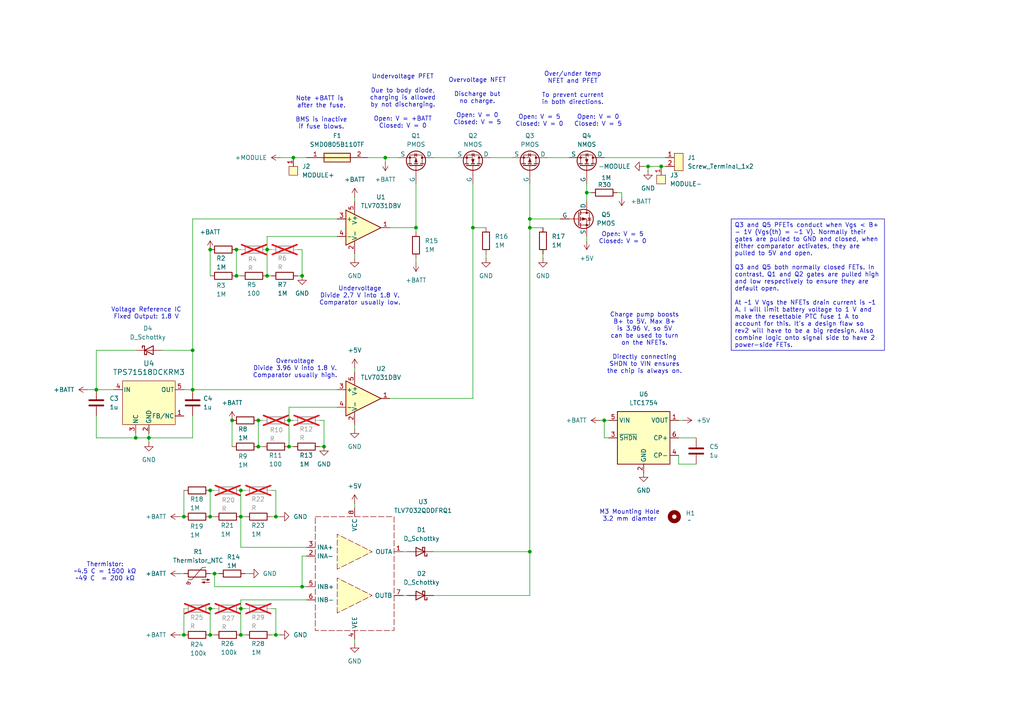
<source format=kicad_sch>
(kicad_sch (version 20250114) (generator "eeschema") (generator_version "9.0")
  (paper "A4")
  (title_block (title "Analog BMS") (date "2025-08-18") (rev "rev1.0"))
  (lib_symbols
    (symbol "Comparator:TLV7031DBV" (pin_names (offset 0.127))
      (property "Reference" "U" (at -1.27 6.35 0))
      (property "Value" "TLV7031DBV" (at -1.27 3.81 0))
      (symbol "TLV7031DBV_0_1"
        (polyline (pts (xy -5.08 5.08) (xy 5.08 0) (xy -5.08 -5.08) (xy -5.08 5.08)) (stroke (width 0.254)) (fill (type background)))
        (pin power_in line (at -2.54 7.62 270) (length 3.81) (name "V+") (number "5"))
        (pin power_in line (at -2.54 -7.62 90) (length 3.81) (name "V-") (number "2"))
      )
      (symbol "TLV7031DBV_1_1"
        (pin input line (at -7.62 2.54 0) (length 2.54) (name "+") (number "3"))
        (pin input line (at -7.62 -2.54 0) (length 2.54) (name "-") (number "4"))
        (pin output line (at 7.62 0 180) (length 2.54) (name "~") (number "1"))
      )
    )
    (symbol "Device:C" (pin_numbers (hide yes)) (pin_names (offset 0.254))
      (property "Reference" "C" (at 0.635 2.54 0))
      (property "Value" "C" (at 0.635 -2.54 0))
      (symbol "C_0_1"
        (polyline (pts (xy -2.032 0.762) (xy 2.032 0.762)) (stroke (width 0.508)))
        (polyline (pts (xy -2.032 -0.762) (xy 2.032 -0.762)) (stroke (width 0.508)))
      )
      (symbol "C_1_1"
        (pin passive line (at 0 3.81 270) (length 2.794) (name "~") (number "1"))
        (pin passive line (at 0 -3.81 90) (length 2.794) (name "~") (number "2"))
      )
    )
    (symbol "Device:D_Schottky" (pin_numbers (hide yes)) (pin_names (offset 1.016) (hide yes))
      (property "Reference" "D" (at 0 2.54 0))
      (property "Value" "D_Schottky" (at 0 -2.54 0))
      (symbol "D_Schottky_0_1"
        (polyline (pts (xy -1.905 0.635) (xy -1.905 1.27) (xy -1.27 1.27) (xy -1.27 -1.27) (xy -0.635 -1.27) (xy -0.635 -0.635)) (stroke (width 0.254)))
        (polyline (pts (xy 1.27 1.27) (xy 1.27 -1.27) (xy -1.27 0) (xy 1.27 1.27)) (stroke (width 0.254)))
        (polyline (pts (xy 1.27 0) (xy -1.27 0)))
      )
      (symbol "D_Schottky_1_1"
        (pin passive line (at -3.81 0 0) (length 2.54) (name "K") (number "1"))
        (pin passive line (at 3.81 0 180) (length 2.54) (name "A") (number "2"))
      )
    )
    (symbol "Device:R" (pin_numbers (hide yes)) (pin_names (offset 0))
      (property "Reference" "R" (at 2.032 0 90))
      (property "Value" "R" (at 0 0 90))
      (symbol "R_0_1"
        (rectangle (start -1.016 -2.54) (end 1.016 2.54) (stroke (width 0.254)))
      )
      (symbol "R_1_1"
        (pin passive line (at 0 3.81 270) (length 1.27) (name "~") (number "1"))
        (pin passive line (at 0 -3.81 90) (length 1.27) (name "~") (number "2"))
      )
    )
    (symbol "Device:Thermistor_NTC" (pin_numbers (hide yes)) (pin_names (offset 0))
      (property "Reference" "TH" (at -4.445 0 90))
      (property "Value" "Thermistor_NTC" (at 3.175 0 90))
      (symbol "Thermistor_NTC_0_1"
        (arc (start -3.175 2.413) (mid -3.0506 2.3165) (end -3.048 2.159))
        (arc (start -3.048 2.794) (mid -2.9736 2.9736) (end -2.794 3.048))
        (arc (start -2.794 3.048) (mid -2.6144 2.9736) (end -2.54 2.794))
        (arc (start -2.794 2.54) (mid -2.9736 2.6144) (end -3.048 2.794))
        (arc (start -2.794 1.905) (mid -2.9736 1.9794) (end -3.048 2.159))
        (arc (start -2.54 2.159) (mid -2.6144 1.9794) (end -2.794 1.905))
        (arc (start -2.159 2.794) (mid -2.434 2.5608) (end -2.794 2.54))
        (polyline (pts (xy -2.54 2.159) (xy -2.54 2.794)))
        (polyline (pts (xy -2.54 -3.683) (xy -2.54 -1.397) (xy -2.794 -2.159) (xy -2.286 -2.159) (xy -2.54 -1.397) (xy -2.54 -1.651)) (fill (type outline)))
        (polyline (pts (xy -1.778 2.54) (xy -1.778 1.524) (xy 1.778 -1.524) (xy 1.778 -2.54)))
        (polyline (pts (xy -1.778 -1.397) (xy -1.778 -3.683) (xy -2.032 -2.921) (xy -1.524 -2.921) (xy -1.778 -3.683) (xy -1.778 -3.429)) (fill (type outline)))
        (rectangle (start -1.016 2.54) (end 1.016 -2.54) (stroke (width 0.254)))
      )
      (symbol "Thermistor_NTC_1_1"
        (pin passive line (at 0 3.81 270) (length 1.27) (name "~") (number "1"))
        (pin passive line (at 0 -3.81 90) (length 1.27) (name "~") (number "2"))
      )
    )
    (symbol "Regulator_SwitchedCapacitor:LTC1754"
      (property "Reference" "U" (at -7.62 10.16 0))
      (property "Value" "LTC1754" (at 5.08 10.16 0))
      (symbol "LTC1754_0_1"
        (rectangle (start -7.62 7.62) (end 7.62 -7.62) (stroke (width 0.254)) (fill (type background)))
      )
      (symbol "LTC1754_1_1"
        (pin power_in line (at -10.16 5.08 0) (length 2.54) (name "VIN") (number "5"))
        (pin input line (at -10.16 0 0) (length 2.54) (name "~{SHDN}") (number "3"))
        (pin power_in line (at 0 -10.16 90) (length 2.54) (name "GND") (number "2"))
        (pin power_out line (at 10.16 5.08 180) (length 2.54) (name "VOUT") (number "1"))
        (pin passive line (at 10.16 0 180) (length 2.54) (name "CP+") (number "6"))
        (pin passive line (at 10.16 -5.08 180) (length 2.54) (name "CP-") (number "4"))
      )
    )
    (symbol "Simulation_SPICE:NMOS" (pin_numbers (hide yes)) (pin_names (offset 0))
      (property "Reference" "Q" (at 5.08 1.27 0))
      (property "Value" "NMOS" (at 5.08 -1.27 0))
      (symbol "NMOS_0_1"
        (polyline (pts (xy 0.254 1.905) (xy 0.254 -1.905)) (stroke (width 0.254)))
        (polyline (pts (xy 0.254 0) (xy -2.54 0)))
        (polyline (pts (xy 0.762 2.286) (xy 0.762 1.27)) (stroke (width 0.254)))
        (polyline (pts (xy 0.762 0.508) (xy 0.762 -0.508)) (stroke (width 0.254)))
        (polyline (pts (xy 0.762 -1.27) (xy 0.762 -2.286)) (stroke (width 0.254)))
        (polyline (pts (xy 0.762 -1.778) (xy 3.302 -1.778) (xy 3.302 1.778) (xy 0.762 1.778)))
        (polyline (pts (xy 1.016 0) (xy 2.032 0.381) (xy 2.032 -0.381) (xy 1.016 0)) (fill (type outline)))
        (circle (center 1.651 0) (radius 2.794) (stroke (width 0.254)))
        (polyline (pts (xy 2.54 2.54) (xy 2.54 1.778)))
        (circle (center 2.54 1.778) (radius 0.254) (fill (type outline)))
        (circle (center 2.54 -1.778) (radius 0.254) (fill (type outline)))
        (polyline (pts (xy 2.54 -2.54) (xy 2.54 0) (xy 0.762 0)))
        (polyline (pts (xy 2.794 0.508) (xy 2.921 0.381) (xy 3.683 0.381) (xy 3.81 0.254)))
        (polyline (pts (xy 3.302 0.381) (xy 2.921 -0.254) (xy 3.683 -0.254) (xy 3.302 0.381)))
      )
      (symbol "NMOS_1_1"
        (pin input line (at -5.08 0 0) (length 2.54) (name "G") (number "2"))
        (pin passive line (at 2.54 5.08 270) (length 2.54) (name "D") (number "1"))
        (pin passive line (at 2.54 -5.08 90) (length 2.54) (name "S") (number "3"))
      )
    )
    (symbol "Simulation_SPICE:PMOS" (pin_numbers (hide yes)) (pin_names (offset 0))
      (property "Reference" "Q" (at 5.08 1.27 0))
      (property "Value" "PMOS" (at 5.08 -1.27 0))
      (symbol "PMOS_0_1"
        (polyline (pts (xy 0.254 1.905) (xy 0.254 -1.905)) (stroke (width 0.254)))
        (polyline (pts (xy 0.254 0) (xy -2.54 0)))
        (polyline (pts (xy 0.762 2.286) (xy 0.762 1.27)) (stroke (width 0.254)))
        (polyline (pts (xy 0.762 1.778) (xy 3.302 1.778) (xy 3.302 -1.778) (xy 0.762 -1.778)))
        (polyline (pts (xy 0.762 0.508) (xy 0.762 -0.508)) (stroke (width 0.254)))
        (polyline (pts (xy 0.762 -1.27) (xy 0.762 -2.286)) (stroke (width 0.254)))
        (circle (center 1.651 0) (radius 2.794) (stroke (width 0.254)))
        (polyline (pts (xy 2.286 0) (xy 1.27 0.381) (xy 1.27 -0.381) (xy 2.286 0)) (fill (type outline)))
        (polyline (pts (xy 2.54 2.54) (xy 2.54 1.778)))
        (circle (center 2.54 1.778) (radius 0.254) (fill (type outline)))
        (circle (center 2.54 -1.778) (radius 0.254) (fill (type outline)))
        (polyline (pts (xy 2.54 -2.54) (xy 2.54 0) (xy 0.762 0)))
        (polyline (pts (xy 2.794 -0.508) (xy 2.921 -0.381) (xy 3.683 -0.381) (xy 3.81 -0.254)))
        (polyline (pts (xy 3.302 -0.381) (xy 2.921 0.254) (xy 3.683 0.254) (xy 3.302 -0.381)))
      )
      (symbol "PMOS_1_1"
        (pin input line (at -5.08 0 0) (length 2.54) (name "G") (number "2"))
        (pin passive line (at 2.54 5.08 270) (length 2.54) (name "D") (number "1"))
        (pin passive line (at 2.54 -5.08 90) (length 2.54) (name "S") (number "3"))
      )
    )
    (symbol "analog_bms_library:1.5_mm_Through_Hole"
      (property "Reference" "J" (at 0 0 0))
      (symbol "1.5_mm_Through_Hole_1_1"
        (rectangle (start -1.27 1.27) (end 1.27 -1.27) (fill (type background)))
        (pin bidirectional line (at -3.81 0 0) (length 2.54) (name "") (number "1"))
      )
    )
    (symbol "analog_bms_library:691502710002"
      (property "Reference" "J" (at 0 0 0))
      (property "Value" "Screw_Terminal_1x2" (at 0 0 0))
      (symbol "691502710002_1_1"
        (rectangle (start -1.27 2.54) (end 1.27 -2.54) (fill (type background)))
        (pin bidirectional line (at -3.81 1.27 0) (length 2.54) (name "") (number "1"))
        (pin bidirectional line (at -3.81 -1.27 0) (length 2.54) (name "") (number "2"))
      )
    )
    (symbol "analog_bms_library:M3_Mounting_Through_Hole"
      (property "Reference" "H" (at 0 0 0))
      (property "Value" "M3_Mounting_Through_Hole" (at 0 0 0))
      (symbol "M3_Mounting_Through_Hole_1_1"
        (circle (center 0 0) (radius 1.27) (stroke (width 1.27)))
      )
    )
    (symbol "analog_bms_library:SMD0805B110TF" (pin_names (hide yes))
      (property "Reference" "F" (at 13.97 6.35 0))
      (property "Value" "SMD0805B110TF" (at 13.97 3.81 0))
      (symbol "SMD0805B110TF_1_1"
        (rectangle (start 5.08 1.27) (end 12.7 -1.27) (stroke (width 0.254)) (fill (type background)))
        (polyline (pts (xy 5.08 0) (xy 12.7 0)) (stroke (width 0.254)))
        (pin passive line (at 0 0 0) (length 5.08) (name "1") (number "1"))
        (pin passive line (at 17.78 0 180) (length 5.08) (name "2") (number "2"))
      )
    )
    (symbol "analog_bms_library:TLV7032QDDFRQ1"
      (property "Reference" "U" (at 20.066 21.844 0))
      (property "Value" "TLV7032QDDFRQ1" (at 20.066 20.066 0))
      (symbol "TLV7032QDDFRQ1_1_1"
        (rectangle (start -11.43 16.51) (end 11.43 -16.51) (stroke (width 0) (type dash)))
        (polyline (pts (xy -5.08 1.27) (xy -5.08 11.43) (xy 5.08 6.35) (xy -5.08 1.27)) (fill (type background)))
        (polyline (pts (xy -5.08 -11.43) (xy -5.08 -1.27) (xy 5.08 -6.35) (xy -5.08 -11.43)) (fill (type background)))
        (pin input line (at -13.97 7.62 0) (length 2.54) (name "INA+") (number "3"))
        (pin input line (at -13.97 5.08 0) (length 2.54) (name "INA-") (number "2"))
        (pin input line (at -13.97 -3.81 0) (length 2.54) (name "INB+") (number "5"))
        (pin input line (at -13.97 -7.62 0) (length 2.54) (name "INB-") (number "6"))
        (pin bidirectional line (at 0 19.05 270) (length 2.54) (name "VCC") (number "8"))
        (pin bidirectional line (at 0 -19.05 90) (length 2.54) (name "VEE") (number "4"))
        (pin output line (at 13.97 6.35 180) (length 2.54) (name "OUTA") (number "1"))
        (pin output line (at 13.97 -6.35 180) (length 2.54) (name "OUTB") (number "7"))
      )
    )
    (symbol "analog_bms_library:TPS71518DCKRM3" (pin_names (offset 0.254))
      (property "Reference" "U" (at 0 10.668 0))
      (property "Value" "TPS71518DCKRM3" (at 0 8.128 0))
      (symbol "TPS71518DCKRM3_1_1"
        (rectangle (start -7.62 6.35) (end 7.62 -6.35) (fill (type background)))
        (pin input line (at -10.16 3.81 0) (length 2.54) (name "IN") (number "4"))
        (pin unspecified line (at -3.81 -8.89 90) (length 2.54) (name "NC") (number "3"))
        (pin power_in line (at 0 -8.89 90) (length 2.54) (name "GND") (number "2"))
        (pin output line (at 10.16 3.81 180) (length 2.54) (name "OUT") (number "5"))
        (pin bidirectional line (at 10.16 -3.81 180) (length 2.54) (name "FB/NC") (number "1"))
      )
    )
    (symbol "power:+5V" (power) (pin_numbers (hide yes)) (pin_names (offset 0) (hide yes))
      (property "Value" "+5V" (at 0 3.556 0))
      (symbol "+5V_0_1"
        (polyline (pts (xy -0.762 1.27) (xy 0 2.54)))
        (polyline (pts (xy 0 2.54) (xy 0.762 1.27)))
        (polyline (pts (xy 0 0) (xy 0 2.54)))
      )
      (symbol "+5V_1_1"
        (pin power_in line (at 0 0 90) (length 0) (name "~") (number "1"))
      )
    )
    (symbol "power:+BATT" (power) (pin_numbers (hide yes)) (pin_names (offset 0) (hide yes))
      (property "Value" "+BATT" (at 0 3.556 0))
      (symbol "+BATT_0_1"
        (polyline (pts (xy -0.762 1.27) (xy 0 2.54)))
        (polyline (pts (xy 0 2.54) (xy 0.762 1.27)))
        (polyline (pts (xy 0 0) (xy 0 2.54)))
      )
      (symbol "+BATT_1_1"
        (pin power_in line (at 0 0 90) (length 0) (name "~") (number "1"))
      )
    )
    (symbol "power:GND" (power) (pin_numbers (hide yes)) (pin_names (offset 0) (hide yes))
      (property "Value" "GND" (at 0 -3.81 0))
      (symbol "GND_0_1"
        (polyline (pts (xy 0 0) (xy 0 -1.27) (xy 1.27 -1.27) (xy 0 -2.54) (xy -1.27 -1.27) (xy 0 -1.27)))
      )
      (symbol "GND_1_1"
        (pin power_in line (at 0 0 270) (length 0) (name "~") (number "1"))
      )
    )
  )
  (text "Voltage Reference IC\nFixed Output: 1.8 V\n" (at 42.418 90.932 0) (effects (font (size 1.27 1.27))))
  (text "Note +BATT is \nafter the fuse.\n\nBMS is inactive\nif fuse blows." (at 93.218 32.766 0) (effects (font (size 1.27 1.27))))
  (text "Open: V = 5\nClosed: V = 0" (at 180.594 69.088 0) (effects (font (size 1.27 1.27))))
  (text "Over/under temp\nNFET and PFET\n\nTo prevent current\nin both directions." (at 166.116 25.654 0) (effects (font (size 1.27 1.27))))
  (text "M3 Mounting Hole\n3.2 mm diamter\n" (at 182.626 149.606 0) (effects (font (size 1.27 1.27))))
  (text "Overvoltage NFET\n\nDischarge but\nno charge.\n\nOpen: V = 0\nClosed: V = 5\n" (at 138.43 29.464 0) (effects (font (size 1.27 1.27))))
  (text "Charge pump boosts\nB+ to 5V. Max B+\nis 3.96 V, so 5V\ncan be used to turn\non the NFETs.\n\nDirectly connecting\nSHDN to VIN ensures\nthe chip is always on." (at 186.944 99.568 0) (effects (font (size 1.27 1.27))))
  (text "Undervoltage PFET\n\nDue to body diode,\ncharging is allowed\nby not discharging.\n\nOpen: V = +BATT\nClosed: V = 0" (at 116.84 29.464 0) (effects (font (size 1.27 1.27))))
  (text "Undervoltage\nDivide 2.7 V into 1.8 V.\nComparator usually low." (at 104.394 85.852 0) (effects (font (size 1.27 1.27))))
  (text "Overvoltage\nDivide 3.96 V into 1.8 V.\nComparator usually high." (at 85.598 106.934 0) (effects (font (size 1.27 1.27))))
  (text "Thermistor:\n~4.5 C = 1500 kΩ\n~49 C  = 200 kΩ" (at 30.48 165.862 0) (effects (font (size 1.27 1.27))))
  (text "Open: V = 0\nClosed: V = 5" (at 173.482 35.052 0) (effects (font (size 1.27 1.27))))
  (text "Open: V = 5\nClosed: V = 0\n" (at 156.464 35.052 0) (effects (font (size 1.27 1.27))))
  (text_box "Q3 and Q5 PFETs conduct when Vgs < B+ - 1V (Vgs(th) = -1 V). Normally their gates are pulled to GND and closed, when either comparator activates, they are pulled to 5V and open.\n\nQ3 and Q5 both normally closed FETs. In contrast, Q1 and Q2 gates are pulled high and low respectively to ensure they are default open.\n\nAt ~1 V Vgs the NFETs drain current is ~1 A. I will limit battery voltage to 1 V and make the resettable PTC fuse 1 A to account for this. It's a design flaw so rev2 will have to be a big redesign. Also combine logic onto signal side to have 2 power-side FETs." (at 212.09 63.5 0) (size 44.45 38.1) (margins 0.9525 0.9525 0.9525 0.9525) (effects (font (size 1.27 1.27)) (justify left top)))
  (junction (at 85.09 45.72))
  (junction (at 60.96 149.86))
  (junction (at 74.93 129.54))
  (junction (at 77.47 72.39))
  (junction (at 120.65 66.04))
  (junction (at 153.67 63.5))
  (junction (at 187.96 48.26))
  (junction (at 69.85 149.86))
  (junction (at 170.18 55.88))
  (junction (at 80.01 184.15))
  (junction (at 69.85 142.24))
  (junction (at 67.31 121.92))
  (junction (at 111.76 45.72))
  (junction (at 153.67 160.02))
  (junction (at 60.96 142.24))
  (junction (at 93.98 129.54))
  (junction (at 53.34 184.15))
  (junction (at 60.96 72.39))
  (junction (at 191.77 48.26))
  (junction (at 68.58 80.01))
  (junction (at 87.63 170.18))
  (junction (at 80.01 149.86))
  (junction (at 83.82 121.92))
  (junction (at 27.94 113.03))
  (junction (at 77.47 80.01))
  (junction (at 39.37 127))
  (junction (at 62.23 166.37))
  (junction (at 53.34 149.86))
  (junction (at 69.85 184.15))
  (junction (at 60.96 184.15))
  (junction (at 69.85 176.53))
  (junction (at 55.88 101.6))
  (junction (at 87.63 80.01))
  (junction (at 153.67 66.04))
  (junction (at 43.18 127))
  (junction (at 74.93 121.92))
  (junction (at 55.88 113.03))
  (junction (at 68.58 72.39))
  (junction (at 60.96 176.53))
  (junction (at 83.82 129.54))
  (junction (at 137.16 66.04))
  (junction (at 175.26 121.92))
  (wire (pts (xy 62.23 142.24) (xy 60.96 142.24)))
  (wire (pts (xy 125.73 160.02) (xy 153.67 160.02)))
  (wire (pts (xy 137.16 66.04) (xy 137.16 115.57)))
  (wire (pts (xy 85.09 45.72) (xy 88.9 45.72)))
  (wire (pts (xy 187.96 48.26) (xy 191.77 48.26)))
  (wire (pts (xy 86.36 72.39) (xy 87.63 72.39)))
  (wire (pts (xy 106.68 45.72) (xy 111.76 45.72)))
  (wire (pts (xy 77.47 68.58) (xy 97.79 68.58)))
  (wire (pts (xy 87.63 161.29) (xy 87.63 170.18)))
  (wire (pts (xy 92.71 129.54) (xy 93.98 129.54)))
  (wire (pts (xy 175.26 45.72) (xy 193.04 45.72)))
  (wire (pts (xy 81.28 184.15) (xy 80.01 184.15)))
  (wire (pts (xy 153.67 63.5) (xy 162.56 63.5)))
  (wire (pts (xy 85.09 129.54) (xy 83.82 129.54)))
  (wire (pts (xy 55.88 63.5) (xy 55.88 101.6)))
  (wire (pts (xy 68.58 80.01) (xy 68.58 72.39)))
  (wire (pts (xy 153.67 160.02) (xy 153.67 172.72)))
  (wire (pts (xy 43.18 128.27) (xy 43.18 127)))
  (wire (pts (xy 186.69 48.26) (xy 187.96 48.26)))
  (wire (pts (xy 198.12 121.92) (xy 196.85 121.92)))
  (wire (pts (xy 62.23 166.37) (xy 60.96 166.37)))
  (wire (pts (xy 62.23 170.18) (xy 87.63 170.18)))
  (wire (pts (xy 87.63 80.01) (xy 87.63 72.39)))
  (wire (pts (xy 69.85 149.86) (xy 69.85 142.24)))
  (wire (pts (xy 153.67 63.5) (xy 153.67 66.04)))
  (wire (pts (xy 69.85 184.15) (xy 69.85 176.53)))
  (wire (pts (xy 69.85 72.39) (xy 68.58 72.39)))
  (wire (pts (xy 102.87 106.68) (xy 102.87 107.95)))
  (wire (pts (xy 120.65 67.31) (xy 120.65 66.04)))
  (wire (pts (xy 69.85 173.99) (xy 88.9 173.99)))
  (wire (pts (xy 52.07 149.86) (xy 53.34 149.86)))
  (wire (pts (xy 39.37 125.73) (xy 39.37 127)))
  (wire (pts (xy 52.07 166.37) (xy 53.34 166.37)))
  (wire (pts (xy 67.31 121.92) (xy 67.31 129.54)))
  (wire (pts (xy 120.65 53.34) (xy 120.65 66.04)))
  (wire (pts (xy 62.23 149.86) (xy 60.96 149.86)))
  (wire (pts (xy 102.87 185.42) (xy 102.87 186.69)))
  (wire (pts (xy 187.96 49.53) (xy 187.96 48.26)))
  (wire (pts (xy 102.87 73.66) (xy 102.87 74.93)))
  (wire (pts (xy 157.48 73.66) (xy 157.48 74.93)))
  (wire (pts (xy 179.07 55.88) (xy 180.34 55.88)))
  (wire (pts (xy 157.48 66.04) (xy 153.67 66.04)))
  (wire (pts (xy 78.74 176.53) (xy 80.01 176.53)))
  (wire (pts (xy 55.88 120.65) (xy 55.88 127)))
  (wire (pts (xy 27.94 127) (xy 39.37 127)))
  (wire (pts (xy 87.63 161.29) (xy 88.9 161.29)))
  (wire (pts (xy 62.23 166.37) (xy 62.23 170.18)))
  (wire (pts (xy 55.88 113.03) (xy 97.79 113.03)))
  (wire (pts (xy 137.16 115.57) (xy 113.03 115.57)))
  (wire (pts (xy 27.94 101.6) (xy 39.37 101.6)))
  (wire (pts (xy 165.1 45.72) (xy 158.75 45.72)))
  (wire (pts (xy 102.87 146.05) (xy 102.87 147.32)))
  (wire (pts (xy 116.84 172.72) (xy 118.11 172.72)))
  (wire (pts (xy 60.96 184.15) (xy 60.96 176.53)))
  (wire (pts (xy 175.26 121.92) (xy 176.53 121.92)))
  (wire (pts (xy 125.73 172.72) (xy 153.67 172.72)))
  (wire (pts (xy 46.99 101.6) (xy 55.88 101.6)))
  (wire (pts (xy 92.71 121.92) (xy 93.98 121.92)))
  (wire (pts (xy 69.85 173.99) (xy 69.85 176.53)))
  (wire (pts (xy 55.88 101.6) (xy 55.88 113.03)))
  (wire (pts (xy 62.23 176.53) (xy 60.96 176.53)))
  (wire (pts (xy 191.77 48.26) (xy 193.04 48.26)))
  (wire (pts (xy 53.34 149.86) (xy 53.34 142.24)))
  (wire (pts (xy 69.85 80.01) (xy 68.58 80.01)))
  (wire (pts (xy 74.93 129.54) (xy 74.93 121.92)))
  (wire (pts (xy 175.26 121.92) (xy 175.26 127)))
  (wire (pts (xy 76.2 121.92) (xy 74.93 121.92)))
  (wire (pts (xy 196.85 134.62) (xy 201.93 134.62)))
  (wire (pts (xy 78.74 184.15) (xy 80.01 184.15)))
  (wire (pts (xy 53.34 113.03) (xy 55.88 113.03)))
  (wire (pts (xy 83.82 118.11) (xy 83.82 121.92)))
  (wire (pts (xy 113.03 66.04) (xy 120.65 66.04)))
  (wire (pts (xy 196.85 132.08) (xy 196.85 134.62)))
  (wire (pts (xy 71.12 176.53) (xy 69.85 176.53)))
  (wire (pts (xy 71.12 184.15) (xy 69.85 184.15)))
  (wire (pts (xy 81.28 149.86) (xy 80.01 149.86)))
  (wire (pts (xy 77.47 68.58) (xy 77.47 72.39)))
  (wire (pts (xy 53.34 184.15) (xy 53.34 176.53)))
  (wire (pts (xy 116.84 160.02) (xy 118.11 160.02)))
  (wire (pts (xy 140.97 74.93) (xy 140.97 73.66)))
  (wire (pts (xy 93.98 129.54) (xy 93.98 121.92)))
  (wire (pts (xy 55.88 63.5) (xy 97.79 63.5)))
  (wire (pts (xy 71.12 142.24) (xy 69.85 142.24)))
  (wire (pts (xy 140.97 66.04) (xy 137.16 66.04)))
  (wire (pts (xy 69.85 158.75) (xy 88.9 158.75)))
  (wire (pts (xy 71.12 149.86) (xy 69.85 149.86)))
  (wire (pts (xy 78.74 149.86) (xy 80.01 149.86)))
  (wire (pts (xy 81.28 45.72) (xy 85.09 45.72)))
  (wire (pts (xy 27.94 120.65) (xy 27.94 127)))
  (wire (pts (xy 80.01 184.15) (xy 80.01 176.53)))
  (wire (pts (xy 180.34 55.88) (xy 180.34 57.15)))
  (wire (pts (xy 39.37 127) (xy 43.18 127)))
  (wire (pts (xy 80.01 149.86) (xy 80.01 142.24)))
  (wire (pts (xy 148.59 45.72) (xy 142.24 45.72)))
  (wire (pts (xy 153.67 66.04) (xy 153.67 160.02)))
  (wire (pts (xy 85.09 121.92) (xy 83.82 121.92)))
  (wire (pts (xy 60.96 80.01) (xy 60.96 72.39)))
  (wire (pts (xy 170.18 55.88) (xy 170.18 58.42)))
  (wire (pts (xy 170.18 69.85) (xy 170.18 68.58)))
  (wire (pts (xy 27.94 113.03) (xy 27.94 101.6)))
  (wire (pts (xy 43.18 127) (xy 55.88 127)))
  (wire (pts (xy 78.74 80.01) (xy 77.47 80.01)))
  (wire (pts (xy 72.39 166.37) (xy 71.12 166.37)))
  (wire (pts (xy 52.07 184.15) (xy 53.34 184.15)))
  (wire (pts (xy 102.87 123.19) (xy 102.87 124.46)))
  (wire (pts (xy 27.94 113.03) (xy 33.02 113.03)))
  (wire (pts (xy 173.99 121.92) (xy 175.26 121.92)))
  (wire (pts (xy 78.74 142.24) (xy 80.01 142.24)))
  (wire (pts (xy 175.26 127) (xy 176.53 127)))
  (wire (pts (xy 69.85 149.86) (xy 69.85 158.75)))
  (wire (pts (xy 132.08 45.72) (xy 125.73 45.72)))
  (wire (pts (xy 170.18 55.88) (xy 171.45 55.88)))
  (wire (pts (xy 60.96 149.86) (xy 60.96 142.24)))
  (wire (pts (xy 120.65 76.2) (xy 120.65 74.93)))
  (wire (pts (xy 76.2 129.54) (xy 74.93 129.54)))
  (wire (pts (xy 102.87 57.15) (xy 102.87 58.42)))
  (wire (pts (xy 196.85 127) (xy 201.93 127)))
  (wire (pts (xy 170.18 53.34) (xy 170.18 55.88)))
  (wire (pts (xy 111.76 46.99) (xy 111.76 45.72)))
  (wire (pts (xy 111.76 45.72) (xy 115.57 45.72)))
  (wire (pts (xy 86.36 80.01) (xy 87.63 80.01)))
  (wire (pts (xy 77.47 80.01) (xy 77.47 72.39)))
  (wire (pts (xy 25.4 113.03) (xy 27.94 113.03)))
  (wire (pts (xy 87.63 170.18) (xy 88.9 170.18)))
  (wire (pts (xy 83.82 118.11) (xy 97.79 118.11)))
  (wire (pts (xy 63.5 166.37) (xy 62.23 166.37)))
  (wire (pts (xy 83.82 129.54) (xy 83.82 121.92)))
  (wire (pts (xy 153.67 53.34) (xy 153.67 63.5)))
  (wire (pts (xy 43.18 127) (xy 43.18 125.73)))
  (wire (pts (xy 78.74 72.39) (xy 77.47 72.39)))
  (wire (pts (xy 137.16 53.34) (xy 137.16 66.04)))
  (wire (pts (xy 62.23 184.15) (xy 60.96 184.15)))
  (symbol (lib_id "power:+5V") (at 170.18 69.85 180) (unit 1)
    (property "Reference" "#PWR014" (effects (hide yes)))
    (property "Value" "+5V" (at 170.18 74.93 0))
    (property "Description" "Power symbol creates a global label with name \"+5V\"" (effects (hide yes)))
  )
  (symbol (lib_id "power:+5V") (at 102.87 106.68 0) (unit 1)
    (property "Reference" "#PWR05" (effects (hide yes)))
    (property "Value" "+5V" (at 102.87 101.6 0))
    (property "Description" "Power symbol creates a global label with name \"+5V\"" (effects (hide yes)))
  )
  (symbol (lib_id "power:+BATT") (at 173.99 121.92 90) (unit 1)
    (property "Reference" "#PWR021" (effects (hide yes)))
    (property "Value" "+BATT" (at 170.18 121.9199 90) (effects (justify left)))
    (property "Description" "Power symbol creates a global label with name \"+BATT\"" (effects (hide yes)))
  )
  (symbol (lib_id "Device:C") (at 201.93 130.81 0) (unit 1)
    (property "Reference" "C5" (at 205.74 129.5399 0) (effects (justify left)))
    (property "Value" "1u" (at 205.74 132.0799 0) (effects (justify left)))
    (property "Footprint" "Capacitor_SMD:C_0805_2012Metric" (effects (hide yes)))
    (property "Description" "Unpolarized capacitor" (effects (hide yes)))
  )
  (symbol (lib_id "Simulation_SPICE:NMOS") (at 170.18 48.26 270) (mirror x) (unit 1)
    (property "Reference" "Q4" (at 170.18 39.37 90))
    (property "Value" "NMOS" (at 170.18 41.91 90))
    (property "Footprint" "analog_bms_library:TSOT_23_No_Arrow" (effects (hide yes)))
    (property "Datasheet" "https://ngspice.sourceforge.io/docs/ngspice-html-manual/manual.xhtml#cha_MOSFETs" (effects (hide yes)))
    (property "Description" "N-MOSFET transistor, drain/source/gate" (effects (hide yes)))
    (property "Sim.Device" "NMOS" (effects (hide yes)))
    (property "Sim.Type" "VDMOS" (effects (hide yes)))
    (property "Sim.Pins" "1=D 2=G 3=S" (effects (hide yes)))
  )
  (symbol (lib_id "Device:R") (at 64.77 72.39 90) (unit 1)
    (property "Reference" "R2" (at 62.738 74.93 90) (effects (justify right)))
    (property "Value" "1M" (at 62.738 77.47 90) (effects (justify right)))
    (property "Footprint" "Resistor_SMD:R_0805_2012Metric" (effects (hide yes)))
    (property "Description" "Resistor" (effects (hide yes)))
  )
  (symbol (lib_id "Simulation_SPICE:PMOS") (at 167.64 63.5 0) (unit 1)
    (property "Reference" "Q5" (at 175.768 62.23 0))
    (property "Value" "PMOS" (at 175.768 64.77 0))
    (property "Footprint" "analog_bms_library:TSOT_23_No_Arrow" (effects (hide yes)))
    (property "Datasheet" "https://ngspice.sourceforge.io/docs/ngspice-html-manual/manual.xhtml#cha_MOSFETs" (effects (hide yes)))
    (property "Description" "P-MOSFET transistor, drain/source/gate" (effects (hide yes)))
    (property "Sim.Device" "PMOS" (effects (hide yes)))
    (property "Sim.Type" "VDMOS" (effects (hide yes)))
    (property "Sim.Pins" "1=D 2=G 3=S" (effects (hide yes)))
  )
  (symbol (lib_id "Device:R") (at 120.65 71.12 0) (unit 1)
    (property "Reference" "R15" (at 123.19 69.8499 0) (effects (justify left)))
    (property "Value" "1M" (at 123.19 72.3899 0) (effects (justify left)))
    (property "Footprint" "Resistor_SMD:R_0805_2012Metric" (effects (hide yes)))
    (property "Description" "Resistor" (effects (hide yes)))
  )
  (symbol (lib_id "Device:C") (at 27.94 116.84 0) (unit 1)
    (property "Reference" "C3" (at 31.75 115.5699 0) (effects (justify left)))
    (property "Value" "1u" (at 31.75 118.1099 0) (effects (justify left)))
    (property "Footprint" "Capacitor_SMD:C_0805_2012Metric" (effects (hide yes)))
    (property "Description" "Unpolarized capacitor" (effects (hide yes)))
  )
  (symbol (lib_id "power:+BATT") (at 67.31 121.92 0) (unit 1)
    (property "Reference" "#PWR026" (effects (hide yes)))
    (property "Value" "+BATT" (at 67.31 116.84 0))
    (property "Description" "Power symbol creates a global label with name \"+BATT\"" (effects (hide yes)))
  )
  (symbol (lib_id "power:+BATT") (at 111.76 46.99 180) (unit 1)
    (property "Reference" "#PWR015" (effects (hide yes)))
    (property "Value" "+BATT" (at 111.76 52.07 0))
    (property "Description" "Power symbol creates a global label with name \"+BATT\"" (effects (hide yes)))
  )
  (symbol (lib_id "Device:R") (at 57.15 176.53 90) (unit 1) (dnp yes)
    (property "Reference" "R25" (at 55.118 179.07 90) (effects (justify right)))
    (property "Value" "R" (at 55.118 181.61 90) (effects (justify right)))
    (property "Footprint" "Resistor_SMD:R_0805_2012Metric" (effects (hide yes)))
    (property "Description" "Resistor" (effects (hide yes)))
  )
  (symbol (lib_id "power:GND") (at 186.69 48.26 270) (unit 1)
    (property "Reference" "#PWR018" (effects (hide yes)))
    (property "Value" "-MODULE" (at 182.88 48.2599 90) (effects (justify right)))
    (property "Description" "Power symbol creates a global label with name \"GND\" , ground" (effects (hide yes)))
  )
  (symbol (lib_id "power:+BATT") (at 52.07 149.86 90) (unit 1)
    (property "Reference" "#PWR031" (effects (hide yes)))
    (property "Value" "+BATT" (at 48.26 149.8599 90) (effects (justify left)))
    (property "Description" "Power symbol creates a global label with name \"+BATT\"" (effects (hide yes)))
  )
  (symbol (lib_id "Comparator:TLV7031DBV") (at 105.41 115.57 0) (unit 1)
    (property "Reference" "U2" (at 110.49 106.934 0))
    (property "Value" "TLV7031DBV" (at 110.49 109.474 0))
    (property "Footprint" "Package_TO_SOT_SMD:SOT-23-5" (effects (hide yes)))
    (property "Datasheet" "https://www.ti.com/lit/ds/symlink/tlv7031.pdf" (effects (hide yes)))
    (property "Description" "Single, 1.6V-6.5V, 315nA Quiescent, Push-Pull Output, Comparator, SOT-23-5/SC-70" (effects (hide yes)))
  )
  (symbol (lib_id "Device:R") (at 66.04 142.24 90) (unit 1) (dnp yes)
    (property "Reference" "R20" (at 64.262 145.034 90) (effects (justify right)))
    (property "Value" "R" (at 64.262 147.574 90) (effects (justify right)))
    (property "Footprint" "Resistor_SMD:R_0805_2012Metric" (effects (hide yes)))
    (property "Description" "Resistor" (effects (hide yes)))
  )
  (symbol (lib_id "Device:R") (at 57.15 142.24 90) (unit 1)
    (property "Reference" "R18" (at 55.118 144.78 90) (effects (justify right)))
    (property "Value" "1M" (at 55.118 147.32 90) (effects (justify right)))
    (property "Footprint" "Resistor_SMD:R_0805_2012Metric" (effects (hide yes)))
    (property "Description" "Resistor" (effects (hide yes)))
  )
  (symbol (lib_id "Device:R") (at 80.01 129.54 90) (unit 1)
    (property "Reference" "R11" (at 77.978 132.08 90) (effects (justify right)))
    (property "Value" "100" (at 77.978 134.62 90) (effects (justify right)))
    (property "Footprint" "Resistor_SMD:R_0805_2012Metric" (effects (hide yes)))
    (property "Description" "Resistor" (effects (hide yes)))
  )
  (symbol (lib_id "Device:R") (at 74.93 176.53 90) (unit 1) (dnp yes)
    (property "Reference" "R29" (at 72.898 179.07 90) (effects (justify right)))
    (property "Value" "R" (at 72.898 181.61 90) (effects (justify right)))
    (property "Footprint" "Resistor_SMD:R_0805_2012Metric" (effects (hide yes)))
    (property "Description" "Resistor" (effects (hide yes)))
  )
  (symbol (lib_id "Simulation_SPICE:NMOS") (at 137.16 48.26 270) (mirror x) (unit 1)
    (property "Reference" "Q2" (at 137.16 39.37 90))
    (property "Value" "NMOS" (at 137.16 41.91 90))
    (property "Footprint" "analog_bms_library:TSOT_23_No_Arrow" (effects (hide yes)))
    (property "Datasheet" "https://ngspice.sourceforge.io/docs/ngspice-html-manual/manual.xhtml#cha_MOSFETs" (effects (hide yes)))
    (property "Description" "N-MOSFET transistor, drain/source/gate" (effects (hide yes)))
    (property "Sim.Device" "NMOS" (effects (hide yes)))
    (property "Sim.Type" "VDMOS" (effects (hide yes)))
    (property "Sim.Pins" "1=D 2=G 3=S" (effects (hide yes)))
  )
  (symbol (lib_id "Device:R") (at 88.9 121.92 90) (unit 1) (dnp yes)
    (property "Reference" "R12" (at 86.868 124.46 90) (effects (justify right)))
    (property "Value" "R" (at 86.868 127 90) (effects (justify right)))
    (property "Footprint" "Resistor_SMD:R_0805_2012Metric" (effects (hide yes)))
    (property "Description" "Resistor" (effects (hide yes)))
  )
  (symbol (lib_id "Device:Thermistor_NTC") (at 57.15 166.37 90) (unit 1)
    (property "Reference" "R1" (at 57.4675 160.02 90))
    (property "Value" "Thermistor_NTC" (at 57.4675 162.56 90))
    (property "Footprint" "Resistor_SMD:R_0805_2012Metric" (effects (hide yes)))
    (property "Description" "Temperature dependent resistor, negative temperature coefficient" (effects (hide yes)))
  )
  (symbol (lib_id "analog_bms_library:TPS71518DCKRM3") (at 43.18 116.84 0) (unit 1)
    (property "Reference" "U4" (at 43.18 105.41 0) (effects (font (size 1.524 1.524))))
    (property "Value" "TPS71518DCKRM3" (at 43.18 107.95 0) (effects (font (size 1.524 1.524))))
    (property "Footprint" "analog_bms_library:TPS71518DCKRM3" (effects (hide yes)))
    (property "Datasheet" "https://www.ti.com/lit/gpn/tps715" (effects (hide yes)))
  )
  (symbol (lib_id "power:GND") (at 102.87 186.69 0) (unit 1)
    (property "Reference" "#PWR02" (effects (hide yes)))
    (property "Value" "GND" (at 102.87 191.77 0))
    (property "Description" "Power symbol creates a global label with name \"GND\" , ground" (effects (hide yes)))
  )
  (symbol (lib_id "Device:R") (at 57.15 149.86 90) (unit 1)
    (property "Reference" "R19" (at 55.118 152.654 90) (effects (justify right)))
    (property "Value" "1M" (at 55.118 155.194 90) (effects (justify right)))
    (property "Footprint" "Resistor_SMD:R_0805_2012Metric" (effects (hide yes)))
    (property "Description" "Resistor" (effects (hide yes)))
  )
  (symbol (lib_id "Device:R") (at 73.66 72.39 90) (unit 1) (dnp yes)
    (property "Reference" "R4" (at 71.882 75.184 90) (effects (justify right)))
    (property "Value" "R" (at 71.882 77.724 90) (effects (justify right)))
    (property "Footprint" "Resistor_SMD:R_0805_2012Metric" (effects (hide yes)))
    (property "Description" "Resistor" (effects (hide yes)))
  )
  (symbol (lib_id "power:GND") (at 93.98 129.54 0) (unit 1)
    (property "Reference" "#PWR027" (effects (hide yes)))
    (property "Value" "GND" (at 93.98 134.62 0))
    (property "Description" "Power symbol creates a global label with name \"GND\" , ground" (effects (hide yes)))
  )
  (symbol (lib_id "Device:D_Schottky") (at 43.18 101.6 0) (unit 1)
    (property "Reference" "D4" (at 42.8625 95.25 0))
    (property "Value" "D_Schottky" (at 42.8625 97.79 0))
    (property "Footprint" "Diode_SMD:D_SOD-323" (effects (hide yes)))
    (property "Description" "Schottky diode" (effects (hide yes)))
  )
  (symbol (lib_id "power:GND") (at 43.18 128.27 0) (unit 1)
    (property "Reference" "#PWR011" (effects (hide yes)))
    (property "Value" "GND" (at 43.18 133.35 0))
    (property "Description" "Power symbol creates a global label with name \"GND\" , ground" (effects (hide yes)))
  )
  (symbol (lib_id "power:GND") (at 72.39 166.37 90) (unit 1)
    (property "Reference" "#PWR029" (effects (hide yes)))
    (property "Value" "GND" (at 76.2 166.3699 90) (effects (justify right)))
    (property "Description" "Power symbol creates a global label with name \"GND\" , ground" (effects (hide yes)))
  )
  (symbol (lib_id "power:+BATT") (at 180.34 57.15 180) (unit 1)
    (property "Reference" "#PWR025" (effects (hide yes)))
    (property "Value" "+BATT" (at 182.88 58.4199 0) (effects (justify right)))
    (property "Description" "Power symbol creates a global label with name \"+BATT\"" (effects (hide yes)))
  )
  (symbol (lib_id "Device:R") (at 66.04 176.53 90) (unit 1) (dnp yes)
    (property "Reference" "R27" (at 64.262 179.324 90) (effects (justify right)))
    (property "Value" "R" (at 64.262 181.864 90) (effects (justify right)))
    (property "Footprint" "Resistor_SMD:R_0805_2012Metric" (effects (hide yes)))
    (property "Description" "Resistor" (effects (hide yes)))
  )
  (symbol (lib_id "Device:R") (at 66.04 184.15 90) (unit 1)
    (property "Reference" "R26" (at 64.008 186.69 90) (effects (justify right)))
    (property "Value" "100k" (at 64.008 189.23 90) (effects (justify right)))
    (property "Footprint" "Resistor_SMD:R_0805_2012Metric" (effects (hide yes)))
    (property "Description" "Resistor" (effects (hide yes)))
  )
  (symbol (lib_id "Simulation_SPICE:PMOS") (at 120.65 48.26 270) (mirror x) (unit 1)
    (property "Reference" "Q1" (at 120.65 39.37 90))
    (property "Value" "PMOS" (at 120.65 41.91 90))
    (property "Footprint" "analog_bms_library:TSOT_23_No_Arrow" (effects (hide yes)))
    (property "Datasheet" "https://ngspice.sourceforge.io/docs/ngspice-html-manual/manual.xhtml#cha_MOSFETs" (effects (hide yes)))
    (property "Description" "P-MOSFET transistor, drain/source/gate" (effects (hide yes)))
    (property "Sim.Device" "PMOS" (effects (hide yes)))
    (property "Sim.Type" "VDMOS" (effects (hide yes)))
    (property "Sim.Pins" "1=D 2=G 3=S" (effects (hide yes)))
  )
  (symbol (lib_id "power:+5V") (at 102.87 146.05 0) (unit 1)
    (property "Reference" "#PWR01" (effects (hide yes)))
    (property "Value" "+5V" (at 102.87 140.97 0))
    (property "Description" "Power symbol creates a global label with name \"+5V\"" (effects (hide yes)))
  )
  (symbol (lib_id "Device:R") (at 157.48 69.85 0) (unit 1)
    (property "Reference" "R17" (at 160.02 68.5799 0) (effects (justify left)))
    (property "Value" "1M" (at 160.02 71.1199 0) (effects (justify left)))
    (property "Footprint" "Resistor_SMD:R_0805_2012Metric" (effects (hide yes)))
    (property "Description" "Resistor" (effects (hide yes)))
  )
  (symbol (lib_id "Device:R") (at 175.26 55.88 90) (unit 1)
    (property "Reference" "R30" (at 177.292 53.594 90) (effects (justify left)))
    (property "Value" "1M" (at 177.292 51.562 90) (effects (justify left)))
    (property "Footprint" "Resistor_SMD:R_0805_2012Metric" (effects (hide yes)))
    (property "Description" "Resistor" (effects (hide yes)))
  )
  (symbol (lib_id "power:+BATT") (at 52.07 184.15 90) (unit 1)
    (property "Reference" "#PWR032" (effects (hide yes)))
    (property "Value" "+BATT" (at 48.26 184.1499 90) (effects (justify left)))
    (property "Description" "Power symbol creates a global label with name \"+BATT\"" (effects (hide yes)))
  )
  (symbol (lib_id "analog_bms_library:1.5_mm_Through_Hole") (at 191.77 52.07 270) (unit 1)
    (property "Reference" "J3" (at 194.31 50.7999 90) (effects (justify left)))
    (property "Value" "MODULE-" (at 194.31 53.3399 90) (effects (justify left)))
    (property "Footprint" "analog_bms_library:1.5_mm_Through_Hole" (effects (hide yes)))
  )
  (symbol (lib_id "analog_bms_library:691502710002") (at 196.85 46.99 0) (unit 1)
    (property "Reference" "J1" (at 199.39 45.7199 0) (effects (justify left)))
    (property "Value" "Screw_Terminal_1x2" (at 199.39 48.2599 0) (effects (justify left)))
    (property "Footprint" "analog_bms_library:691502710002" (effects (hide yes)))
  )
  (symbol (lib_id "power:GND") (at 102.87 74.93 0) (unit 1)
    (property "Reference" "#PWR04" (effects (hide yes)))
    (property "Value" "GND" (at 102.87 80.01 0))
    (property "Description" "Power symbol creates a global label with name \"GND\" , ground" (effects (hide yes)))
  )
  (symbol (lib_id "Device:R") (at 82.55 80.01 90) (unit 1)
    (property "Reference" "R7" (at 80.518 82.55 90) (effects (justify right)))
    (property "Value" "1M" (at 80.518 85.09 90) (effects (justify right)))
    (property "Footprint" "Resistor_SMD:R_0805_2012Metric" (effects (hide yes)))
    (property "Description" "Resistor" (effects (hide yes)))
  )
  (symbol (lib_id "analog_bms_library:TLV7032QDDFRQ1") (at 102.87 166.37 0) (unit 1)
    (property "Reference" "U3" (at 122.682 145.542 0))
    (property "Value" "TLV7032QDDFRQ1" (at 122.682 148.082 0))
    (property "Footprint" "analog_bms_library:TLV7032QDDFRQ1" (effects (hide yes)))
  )
  (symbol (lib_id "Comparator:TLV7031DBV") (at 105.41 66.04 0) (unit 1)
    (property "Reference" "U1" (at 110.49 57.15 0))
    (property "Value" "TLV7031DBV" (at 110.49 59.69 0))
    (property "Footprint" "Package_TO_SOT_SMD:SOT-23-5" (effects (hide yes)))
    (property "Datasheet" "https://www.ti.com/lit/ds/symlink/tlv7031.pdf" (effects (hide yes)))
    (property "Description" "Single, 1.6V-6.5V, 315nA Quiescent, Push-Pull Output, Comparator, SOT-23-5/SC-70" (effects (hide yes)))
  )
  (symbol (lib_id "Device:D_Schottky") (at 121.92 160.02 180) (unit 1)
    (property "Reference" "D1" (at 122.2375 153.67 0))
    (property "Value" "D_Schottky" (at 122.2375 156.21 0))
    (property "Footprint" "Diode_SMD:D_SOD-323" (effects (hide yes)))
    (property "Description" "Schottky diode" (effects (hide yes)))
  )
  (symbol (lib_id "power:+BATT") (at 52.07 166.37 90) (unit 1)
    (property "Reference" "#PWR024" (effects (hide yes)))
    (property "Value" "+BATT" (at 48.26 166.3699 90) (effects (justify left)))
    (property "Description" "Power symbol creates a global label with name \"+BATT\"" (effects (hide yes)))
  )
  (symbol (lib_id "Device:R") (at 66.04 149.86 90) (unit 1)
    (property "Reference" "R21" (at 64.008 152.4 90) (effects (justify right)))
    (property "Value" "1M" (at 64.008 154.94 90) (effects (justify right)))
    (property "Footprint" "Resistor_SMD:R_0805_2012Metric" (effects (hide yes)))
    (property "Description" "Resistor" (effects (hide yes)))
  )
  (symbol (lib_id "power:GND") (at 186.69 137.16 0) (unit 1)
    (property "Reference" "#PWR022" (effects (hide yes)))
    (property "Value" "GND" (at 186.69 142.24 0))
    (property "Description" "Power symbol creates a global label with name \"GND\" , ground" (effects (hide yes)))
  )
  (symbol (lib_id "analog_bms_library:SMD0805B110TF") (at 88.9 45.72 0) (unit 1)
    (property "Reference" "F1" (at 97.79 39.37 0))
    (property "Value" "SMD0805B110TF" (at 97.79 41.91 0))
    (property "Footprint" "Resistor_SMD:R_0805_2012Metric" (effects (hide yes)))
    (property "Datasheet" "https://www.mouser.tw/datasheet/2/447/YAGO_S_A0006617466_1-2572841.pdf" (effects (hide yes)))
    (property "Description" "Resettable Fuses - PPTC 6V 1.1A PPTC SMD 0805" (effects (hide yes)))
    (property "Height" "1.5" (effects (hide yes)))
    (property "Mouser Part Number" "603-SMD0805B110TF" (effects (hide yes)))
    (property "Mouser Price/Stock" "https://www.mouser.co.uk/ProductDetail/YAGEO/SMD0805B110TF?qs=PzGy0jfpSMv%252BE%252Bm8H3Hoqw%3D%3D" (effects (hide yes)))
    (property "Manufacturer_Name" "YAGEO" (effects (hide yes)))
    (property "Manufacturer_Part_Number" "SMD0805B110TF" (effects (hide yes)))
  )
  (symbol (lib_id "power:+BATT") (at 60.96 72.39 0) (unit 1)
    (property "Reference" "#PWR08" (effects (hide yes)))
    (property "Value" "+BATT" (at 60.96 67.31 0))
    (property "Description" "Power symbol creates a global label with name \"+BATT\"" (effects (hide yes)))
  )
  (symbol (lib_id "Simulation_SPICE:PMOS") (at 153.67 48.26 270) (mirror x) (unit 1)
    (property "Reference" "Q3" (at 153.67 39.37 90))
    (property "Value" "PMOS" (at 153.67 41.91 90))
    (property "Footprint" "analog_bms_library:TSOT_23_No_Arrow" (effects (hide yes)))
    (property "Datasheet" "https://ngspice.sourceforge.io/docs/ngspice-html-manual/manual.xhtml#cha_MOSFETs" (effects (hide yes)))
    (property "Description" "P-MOSFET transistor, drain/source/gate" (effects (hide yes)))
    (property "Sim.Device" "PMOS" (effects (hide yes)))
    (property "Sim.Type" "VDMOS" (effects (hide yes)))
    (property "Sim.Pins" "1=D 2=G 3=S" (effects (hide yes)))
  )
  (symbol (lib_id "analog_bms_library:1.5_mm_Through_Hole") (at 85.09 49.53 270) (unit 1)
    (property "Reference" "J2" (at 87.63 48.2599 90) (effects (justify left)))
    (property "Value" "MODULE+" (at 87.63 50.7999 90) (effects (justify left)))
    (property "Footprint" "analog_bms_library:1.5_mm_Through_Hole" (effects (hide yes)))
  )
  (symbol (lib_id "Device:R") (at 74.93 149.86 90) (unit 1)
    (property "Reference" "R23" (at 72.898 152.4 90) (effects (justify right)))
    (property "Value" "1M" (at 72.898 154.94 90) (effects (justify right)))
    (property "Footprint" "Resistor_SMD:R_0805_2012Metric" (effects (hide yes)))
    (property "Description" "Resistor" (effects (hide yes)))
  )
  (symbol (lib_id "Device:R") (at 74.93 184.15 90) (unit 1)
    (property "Reference" "R28" (at 72.898 186.69 90) (effects (justify right)))
    (property "Value" "1M" (at 72.898 189.23 90) (effects (justify right)))
    (property "Footprint" "Resistor_SMD:R_0805_2012Metric" (effects (hide yes)))
    (property "Description" "Resistor" (effects (hide yes)))
  )
  (symbol (lib_id "power:GND") (at 102.87 124.46 0) (unit 1)
    (property "Reference" "#PWR03" (effects (hide yes)))
    (property "Value" "GND" (at 102.87 129.54 0))
    (property "Description" "Power symbol creates a global label with name \"GND\" , ground" (effects (hide yes)))
  )
  (symbol (lib_id "Device:R") (at 67.31 166.37 90) (unit 1)
    (property "Reference" "R14" (at 65.786 161.544 90) (effects (justify right)))
    (property "Value" "1M" (at 65.786 164.084 90) (effects (justify right)))
    (property "Footprint" "Resistor_SMD:R_0805_2012Metric" (effects (hide yes)))
    (property "Description" "Resistor" (effects (hide yes)))
  )
  (symbol (lib_id "Device:R") (at 74.93 142.24 90) (unit 1) (dnp yes)
    (property "Reference" "R22" (at 72.898 144.78 90) (effects (justify right)))
    (property "Value" "R" (at 72.898 147.32 90) (effects (justify right)))
    (property "Footprint" "Resistor_SMD:R_0805_2012Metric" (effects (hide yes)))
    (property "Description" "Resistor" (effects (hide yes)))
  )
  (symbol (lib_id "Device:C") (at 55.88 116.84 0) (unit 1)
    (property "Reference" "C4" (at 58.928 115.57 0) (effects (justify left)))
    (property "Value" "1u" (at 58.928 118.11 0) (effects (justify left)))
    (property "Footprint" "Capacitor_SMD:C_0805_2012Metric" (effects (hide yes)))
    (property "Description" "Unpolarized capacitor" (effects (hide yes)))
  )
  (symbol (lib_id "Device:R") (at 73.66 80.01 90) (unit 1)
    (property "Reference" "R5" (at 71.628 82.55 90) (effects (justify right)))
    (property "Value" "100" (at 71.628 85.09 90) (effects (justify right)))
    (property "Footprint" "Resistor_SMD:R_0805_2012Metric" (effects (hide yes)))
    (property "Description" "Resistor" (effects (hide yes)))
  )
  (symbol (lib_id "Device:R") (at 88.9 129.54 90) (unit 1)
    (property "Reference" "R13" (at 86.868 132.08 90) (effects (justify right)))
    (property "Value" "1M" (at 86.868 134.62 90) (effects (justify right)))
    (property "Footprint" "Resistor_SMD:R_0805_2012Metric" (effects (hide yes)))
    (property "Description" "Resistor" (effects (hide yes)))
  )
  (symbol (lib_id "Device:R") (at 82.55 72.39 90) (unit 1) (dnp yes)
    (property "Reference" "R6" (at 80.518 74.93 90) (effects (justify right)))
    (property "Value" "R" (at 80.518 77.47 90) (effects (justify right)))
    (property "Footprint" "Resistor_SMD:R_0805_2012Metric" (effects (hide yes)))
    (property "Description" "Resistor" (effects (hide yes)))
  )
  (symbol (lib_id "power:+5V") (at 198.12 121.92 270) (unit 1)
    (property "Reference" "#PWR020" (effects (hide yes)))
    (property "Value" "+5V" (at 201.93 121.9199 90) (effects (justify left)))
    (property "Description" "Power symbol creates a global label with name \"+5V\"" (effects (hide yes)))
  )
  (symbol (lib_id "power:GND") (at 140.97 74.93 0) (unit 1)
    (property "Reference" "#PWR017" (effects (hide yes)))
    (property "Value" "GND" (at 140.97 80.01 0))
    (property "Description" "Power symbol creates a global label with name \"GND\" , ground" (effects (hide yes)))
  )
  (symbol (lib_id "power:+BATT") (at 81.28 45.72 90) (unit 1)
    (property "Reference" "#PWR07" (effects (hide yes)))
    (property "Value" "+MODULE" (at 77.47 45.7199 90) (effects (justify left)))
    (property "Description" "Power symbol creates a global label with name \"+BATT\"" (effects (hide yes)))
  )
  (symbol (lib_id "power:+BATT") (at 102.87 57.15 0) (unit 1)
    (property "Reference" "#PWR06" (effects (hide yes)))
    (property "Value" "+BATT" (at 102.87 52.07 0))
    (property "Description" "Power symbol creates a global label with name \"+BATT\"" (effects (hide yes)))
  )
  (symbol (lib_id "Device:R") (at 57.15 184.15 90) (unit 1)
    (property "Reference" "R24" (at 55.118 186.944 90) (effects (justify right)))
    (property "Value" "100k" (at 55.118 189.484 90) (effects (justify right)))
    (property "Footprint" "Resistor_SMD:R_0805_2012Metric" (effects (hide yes)))
    (property "Description" "Resistor" (effects (hide yes)))
  )
  (symbol (lib_id "Device:R") (at 140.97 69.85 0) (unit 1)
    (property "Reference" "R16" (at 143.51 68.5799 0) (effects (justify left)))
    (property "Value" "1M" (at 143.51 71.1199 0) (effects (justify left)))
    (property "Footprint" "Resistor_SMD:R_0805_2012Metric" (effects (hide yes)))
    (property "Description" "Resistor" (effects (hide yes)))
  )
  (symbol (lib_id "Device:R") (at 64.77 80.01 90) (unit 1)
    (property "Reference" "R3" (at 62.738 82.804 90) (effects (justify right)))
    (property "Value" "1M" (at 62.738 85.344 90) (effects (justify right)))
    (property "Footprint" "Resistor_SMD:R_0805_2012Metric" (effects (hide yes)))
    (property "Description" "Resistor" (effects (hide yes)))
  )
  (symbol (lib_id "power:GND") (at 81.28 149.86 90) (unit 1)
    (property "Reference" "#PWR030" (effects (hide yes)))
    (property "Value" "GND" (at 85.09 149.8599 90) (effects (justify right)))
    (property "Description" "Power symbol creates a global label with name \"GND\" , ground" (effects (hide yes)))
  )
  (symbol (lib_id "power:GND") (at 87.63 80.01 0) (unit 1)
    (property "Reference" "#PWR09" (effects (hide yes)))
    (property "Value" "GND" (at 87.63 85.09 0))
    (property "Description" "Power symbol creates a global label with name \"GND\" , ground" (effects (hide yes)))
  )
  (symbol (lib_id "Device:D_Schottky") (at 121.92 172.72 180) (unit 1)
    (property "Reference" "D2" (at 122.2375 166.37 0))
    (property "Value" "D_Schottky" (at 122.2375 168.91 0))
    (property "Footprint" "Diode_SMD:D_SOD-323" (effects (hide yes)))
    (property "Description" "Schottky diode" (effects (hide yes)))
  )
  (symbol (lib_id "power:GND") (at 157.48 74.93 0) (unit 1)
    (property "Reference" "#PWR023" (effects (hide yes)))
    (property "Value" "GND" (at 157.48 80.01 0))
    (property "Description" "Power symbol creates a global label with name \"GND\" , ground" (effects (hide yes)))
  )
  (symbol (lib_id "power:+BATT") (at 120.65 76.2 180) (unit 1)
    (property "Reference" "#PWR016" (effects (hide yes)))
    (property "Value" "+BATT" (at 120.65 81.28 0))
    (property "Description" "Power symbol creates a global label with name \"+BATT\"" (effects (hide yes)))
  )
  (symbol (lib_id "Device:R") (at 80.01 121.92 90) (unit 1) (dnp yes)
    (property "Reference" "R10" (at 78.232 124.714 90) (effects (justify right)))
    (property "Value" "R" (at 78.232 127.254 90) (effects (justify right)))
    (property "Footprint" "Resistor_SMD:R_0805_2012Metric" (effects (hide yes)))
    (property "Description" "Resistor" (effects (hide yes)))
  )
  (symbol (lib_id "power:+BATT") (at 25.4 113.03 90) (unit 1)
    (property "Reference" "#PWR010" (effects (hide yes)))
    (property "Value" "+BATT" (at 21.59 113.0299 90) (effects (justify left)))
    (property "Description" "Power symbol creates a global label with name \"+BATT\"" (effects (hide yes)))
  )
  (symbol (lib_id "analog_bms_library:M3_Mounting_Through_Hole") (at 195.58 149.86 0) (unit 1)
    (property "Reference" "H1" (at 198.882 148.844 0) (effects (justify left)))
    (property "Value" "~" (at 199.39 150.876 0) (effects (justify left)))
    (property "Footprint" "analog_bms_library:M3_Mounting_Through_Hole" (effects (hide yes)))
    (property "Description" "Lower screw head radius than the other ones. The screw goes through this, it doesn't sit on top of it" (effects (hide yes)))
  )
  (symbol (lib_id "Regulator_SwitchedCapacitor:LTC1754") (at 186.69 127 0) (unit 1)
    (property "Reference" "U6" (at 186.69 114.3 0))
    (property "Value" "LTC1754" (at 186.69 116.84 0))
    (property "Footprint" "Package_TO_SOT_SMD:SOT-23-6" (effects (hide yes)))
    (property "Datasheet" "https://www.analog.com/media/en/technical-documentation/data-sheets/175435f.pdf" (effects (hide yes)))
    (property "Description" "40mA charge-pump, SOT-23-6" (effects (hide yes)))
  )
  (symbol (lib_id "power:GND") (at 81.28 184.15 90) (unit 1)
    (property "Reference" "#PWR028" (effects (hide yes)))
    (property "Value" "GND" (at 85.09 184.1499 90) (effects (justify right)))
    (property "Description" "Power symbol creates a global label with name \"GND\" , ground" (effects (hide yes)))
  )
  (symbol (lib_id "Device:R") (at 71.12 129.54 90) (unit 1)
    (property "Reference" "R9" (at 69.088 132.334 90) (effects (justify right)))
    (property "Value" "1M" (at 69.088 134.874 90) (effects (justify right)))
    (property "Footprint" "Resistor_SMD:R_0805_2012Metric" (effects (hide yes)))
    (property "Description" "Resistor" (effects (hide yes)))
  )
  (symbol (lib_id "power:GND") (at 187.96 49.53 0) (unit 1)
    (property "Reference" "#PWR019" (effects (hide yes)))
    (property "Value" "GND" (at 187.96 54.61 0))
    (property "Description" "Power symbol creates a global label with name \"GND\" , ground" (effects (hide yes)))
  )
  (symbol (lib_id "Device:R") (at 71.12 121.92 90) (unit 1)
    (property "Reference" "R8" (at 69.088 124.46 90) (effects (justify right)))
    (property "Value" "1M" (at 69.088 127 90) (effects (justify right)))
    (property "Footprint" "Resistor_SMD:R_0805_2012Metric" (effects (hide yes)))
    (property "Description" "Resistor" (effects (hide yes)))
  )
)
</source>
